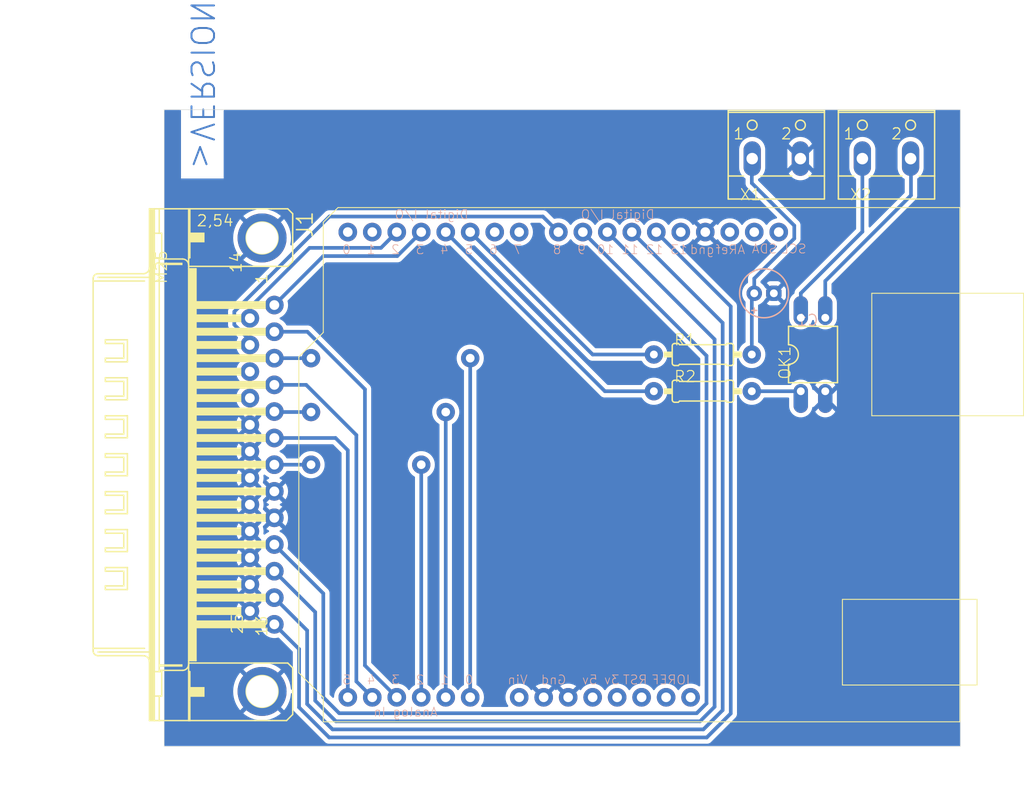
<source format=kicad_pcb>
(kicad_pcb (version 20221018) (generator pcbnew)
  (layers (0 "F.Cu" signal) (31 "B.Cu" signal) (34 "B.Paste" user) (35 "F.Paste" user) (36 "B.SilkS" user "B.Silkscreen") (37 "F.SilkS" user "F.Silkscreen") (38 "B.Mask" user) (39 "F.Mask" user) (44 "Edge.Cuts" user))
  (net 0 "")
  (net 1 "GND")
  (net 2 "N$17")
  (net 3 "N$20")
  (net 4 "Z-LIMIT")
  (net 5 "Y-LIMIT")
  (net 6 "X-LIMIT")
  (net 7 "TOOL-HEIGHT")
  (net 8 "E-STOP")
  (net 9 "SPINDLE-PWM")
  (net 10 "SPINDLE-ON/OFF")
  (net 11 "SPINDLE-RELAY")
  (net 12 "RELAY-2")
  (net 13 "X-STEP")
  (net 14 "X-DIR")
  (net 15 "N/C")
  (net 16 "Y-STEP")
  (net 17 "SPINDLE_0-10V")
  (net 18 "Y-DIR")
  (net 19 "Z-STEP")
  (net 20 "Z-DIR")
  (net 21 "VIN")
  (net 22 "5V")
  (net 23 "3V")
  (net 24 "N$1")
  (net 25 "N$2")
  (footprint "Estl-Board:W237-102" (layer "F.Cu") (at 182.1306 75.7936)
    (fp_text reference "X2" (at -3.8462 5.0038) (layer "F.SilkS") (effects (font (size 1.1557 1.1557) (thickness 0.1143)) (justify left)))
    (fp_text value "")
    (fp_text user "1" (at -4.532 -0.635) (layer "F.SilkS") (effects (font (size 1.143 1.143) (thickness 0.127)) (justify left bottom)))
    (fp_text user "2" (at 0.421 -0.635) (layer "F.SilkS") (effects (font (size 1.143 1.143) (thickness 0.127)) (justify left bottom)))
    (fp_line (start -4.989 -3.531) (end -4.989 -3.734) (stroke (width 0.1524)) (layer "F.SilkS"))
    (fp_line (start -4.989 -3.531) (end 4.993 -3.531) (stroke (width 0.1524)) (layer "F.SilkS"))
    (fp_line (start -4.989 3.073) (end -4.989 -3.531) (stroke (width 0.1524)) (layer "F.SilkS"))
    (fp_line (start -4.989 3.073) (end -3.389 3.073) (stroke (width 0.1524)) (layer "F.SilkS"))
    (fp_line (start -4.989 5.461) (end -4.989 3.073) (stroke (width 0.1524)) (layer "F.SilkS"))
    (fp_line (start -4.989 5.461) (end 4.993 5.461) (stroke (width 0.1524)) (layer "F.SilkS"))
    (fp_line (start -1.611 3.073) (end 1.615 3.073) (stroke (width 0.1524)) (layer "F.SilkS"))
    (fp_line (start 3.393 3.073) (end 4.993 3.073) (stroke (width 0.1524)) (layer "F.SilkS"))
    (fp_line (start 4.993 -3.734) (end -4.989 -3.734) (stroke (width 0.1524)) (layer "F.SilkS"))
    (fp_line (start 4.993 -3.734) (end 4.993 -3.531) (stroke (width 0.1524)) (layer "F.SilkS"))
    (fp_line (start 4.993 -3.531) (end 4.993 3.073) (stroke (width 0.1524)) (layer "F.SilkS"))
    (fp_line (start 4.993 3.073) (end 4.993 5.461) (stroke (width 0.1524)) (layer "F.SilkS"))
    (fp_circle (center -2.5 -2.2098) (end -1.992 -2.2098) (stroke (width 0.1524)) (fill none) (layer "F.SilkS"))
    (fp_circle (center 2.5038 -2.2098) (end 3.0118 -2.2098) (stroke (width 0.1524)) (fill none) (layer "F.SilkS"))
    (pad "1" thru_hole oval (at -2.5 1.27 90) (size 3.5814 1.7907) (drill 1.1938) (layers "*.Cu" "*.Mask") (net 24 "N$1"))
    (pad "2" thru_hole oval (at 2.5 1.27 90) (size 3.5814 1.7907) (drill 1.1938) (layers "*.Cu" "*.Mask") (net 25 "N$2"))
  )
  (footprint "Estl-Board:W237-102" (layer "F.Cu") (at 170.7006 75.7936)
    (fp_text reference "X1" (at -3.8462 5.0038) (layer "F.SilkS") (effects (font (size 1.1557 1.1557) (thickness 0.1143)) (justify left)))
    (fp_text value "")
    (fp_text user "1" (at -4.532 -0.635) (layer "F.SilkS") (effects (font (size 1.143 1.143) (thickness 0.127)) (justify left bottom)))
    (fp_text user "2" (at 0.421 -0.635) (layer "F.SilkS") (effects (font (size 1.143 1.143) (thickness 0.127)) (justify left bottom)))
    (fp_line (start -4.989 -3.531) (end -4.989 -3.734) (stroke (width 0.1524)) (layer "F.SilkS"))
    (fp_line (start -4.989 -3.531) (end 4.993 -3.531) (stroke (width 0.1524)) (layer "F.SilkS"))
    (fp_line (start -4.989 3.073) (end -4.989 -3.531) (stroke (width 0.1524)) (layer "F.SilkS"))
    (fp_line (start -4.989 3.073) (end -3.389 3.073) (stroke (width 0.1524)) (layer "F.SilkS"))
    (fp_line (start -4.989 5.461) (end -4.989 3.073) (stroke (width 0.1524)) (layer "F.SilkS"))
    (fp_line (start -4.989 5.461) (end 4.993 5.461) (stroke (width 0.1524)) (layer "F.SilkS"))
    (fp_line (start -1.611 3.073) (end 1.615 3.073) (stroke (width 0.1524)) (layer "F.SilkS"))
    (fp_line (start 3.393 3.073) (end 4.993 3.073) (stroke (width 0.1524)) (layer "F.SilkS"))
    (fp_line (start 4.993 -3.734) (end -4.989 -3.734) (stroke (width 0.1524)) (layer "F.SilkS"))
    (fp_line (start 4.993 -3.734) (end 4.993 -3.531) (stroke (width 0.1524)) (layer "F.SilkS"))
    (fp_line (start 4.993 -3.531) (end 4.993 3.073) (stroke (width 0.1524)) (layer "F.SilkS"))
    (fp_line (start 4.993 3.073) (end 4.993 5.461) (stroke (width 0.1524)) (layer "F.SilkS"))
    (fp_circle (center -2.5 -2.2098) (end -1.992 -2.2098) (stroke (width 0.1524)) (fill none) (layer "F.SilkS"))
    (fp_circle (center 2.5038 -2.2098) (end 3.0118 -2.2098) (stroke (width 0.1524)) (fill none) (layer "F.SilkS"))
    (pad "1" thru_hole oval (at -2.5 1.27 90) (size 3.5814 1.7907) (drill 1.1938) (layers "*.Cu" "*.Mask") (net 2 "N$17"))
    (pad "2" thru_hole oval (at 2.5 1.27 90) (size 3.5814 1.7907) (drill 1.1938) (layers "*.Cu" "*.Mask") (net 1 "GND"))
  )
  (footprint "Estl-Board:207_10+" (layer "F.Cu") (at 163.0806 97.3836)
    (fp_text reference "R1" (at -3.048 -1.524) (layer "F.SilkS") (effects (font (size 1.1557 1.1557) (thickness 0.1143)) (justify left)))
    (fp_text value "1k")
    (fp_line (start -3.175 0.889) (end -3.175 -0.889) (stroke (width 0.1524)) (layer "F.SilkS"))
    (fp_line (start -2.921 -1.143) (end -2.54 -1.143) (stroke (width 0.1524)) (layer "F.SilkS"))
    (fp_line (start -2.921 1.143) (end -2.54 1.143) (stroke (width 0.1524)) (layer "F.SilkS"))
    (fp_line (start -2.413 -1.016) (end -2.54 -1.143) (stroke (width 0.1524)) (layer "F.SilkS"))
    (fp_line (start -2.413 1.016) (end -2.54 1.143) (stroke (width 0.1524)) (layer "F.SilkS"))
    (fp_line (start 2.413 -1.016) (end -2.413 -1.016) (stroke (width 0.1524)) (layer "F.SilkS"))
    (fp_line (start 2.413 -1.016) (end 2.54 -1.143) (stroke (width 0.1524)) (layer "F.SilkS"))
    (fp_line (start 2.413 1.016) (end -2.413 1.016) (stroke (width 0.1524)) (layer "F.SilkS"))
    (fp_line (start 2.413 1.016) (end 2.54 1.143) (stroke (width 0.1524)) (layer "F.SilkS"))
    (fp_line (start 2.921 -1.143) (end 2.54 -1.143) (stroke (width 0.1524)) (layer "F.SilkS"))
    (fp_line (start 2.921 1.143) (end 2.54 1.143) (stroke (width 0.1524)) (layer "F.SilkS"))
    (fp_line (start 3.175 0.889) (end 3.175 -0.889) (stroke (width 0.1524)) (layer "F.SilkS"))
    (fp_arc (start -3.175 -0.889) (mid -3.100605 -1.068605) (end -2.921 -1.143) (stroke (width 0.1524)) (layer "F.SilkS"))
    (fp_arc (start -2.921 1.143) (mid -3.100605 1.068605) (end -3.175 0.889) (stroke (width 0.1524)) (layer "F.SilkS"))
    (fp_arc (start 2.921 -1.143) (mid 3.100605 -1.068605) (end 3.175 -0.889) (stroke (width 0.1524)) (layer "F.SilkS"))
    (fp_arc (start 3.175 0.889) (mid 3.100605 1.068605) (end 2.921 1.143) (stroke (width 0.1524)) (layer "F.SilkS"))
    (fp_poly (pts (xy -4.0386 0.3048) (xy -3.175 0.3048) (xy -3.175 -0.3048) (xy -4.0386 -0.3048)) (fill solid) (layer "F.SilkS"))
    (fp_poly (pts (xy 3.175 0.3048) (xy 4.0386 0.3048) (xy 4.0386 -0.3048) (xy 3.175 -0.3048)) (fill solid) (layer "F.SilkS"))
    (pad "1" thru_hole circle (at -5.08 0) (size 1.9 1.9) (drill 0.8128) (layers "*.Cu" "*.Mask") (net 9 "SPINDLE-PWM"))
    (pad "2" thru_hole circle (at 5.08 0) (size 1.9 1.9) (drill 0.8128) (layers "*.Cu" "*.Mask") (net 2 "N$17"))
  )
  (footprint "Estl-Board:DIP4" (layer "F.Cu") (at 174.5106 97.3836)
    (fp_text reference "OK1" (at -2.921 2.667 90) (layer "F.SilkS") (effects (font (size 1.1557 1.1557) (thickness 0.1143)) (justify left)))
    (fp_text value "PC817")
    (fp_line (start -2.54 -2.921) (end -2.54 -1.016) (stroke (width 0.1524)) (layer "F.SilkS"))
    (fp_line (start -2.54 2.921) (end -2.54 1.016) (stroke (width 0.1524)) (layer "F.SilkS"))
    (fp_line (start -2.54 2.921) (end 2.54 2.921) (stroke (width 0.1524)) (layer "F.SilkS"))
    (fp_line (start 2.54 -2.921) (end -2.54 -2.921) (stroke (width 0.1524)) (layer "F.SilkS"))
    (fp_line (start 2.54 -2.921) (end 2.54 2.921) (stroke (width 0.1524)) (layer "F.SilkS"))
    (fp_arc (start -2.54 -1.016) (mid -1.524 0) (end -2.54 1.016) (stroke (width 0.1524)) (layer "F.SilkS"))
    (pad "1" thru_hole oval (at -1.27 3.81 270) (size 3 1.5) (drill 0.8128 (offset 0.75 0)) (layers "*.Cu" "*.Mask") (net 3 "N$20"))
    (pad "2" thru_hole oval (at 1.27 3.81 270) (size 3 1.5) (drill 0.8128 (offset 0.75 0)) (layers "*.Cu" "*.Mask") (net 1 "GND"))
    (pad "3" thru_hole oval (at 1.27 -3.81 90) (size 3 1.5) (drill 0.8128 (offset 0.75 0)) (layers "*.Cu" "*.Mask") (net 25 "N$2"))
    (pad "4" thru_hole oval (at -1.27 -3.81 90) (size 3 1.5) (drill 0.8128 (offset 0.75 0)) (layers "*.Cu" "*.Mask") (net 24 "N$1"))
  )
  (footprint "Estl-Board:207_10+" (layer "F.Cu") (at 163.0806 101.1936)
    (fp_text reference "R2" (at -3.048 -1.524) (layer "F.SilkS") (effects (font (size 1.1557 1.1557) (thickness 0.1143)) (justify left)))
    (fp_text value "220R")
    (fp_line (start -3.175 0.889) (end -3.175 -0.889) (stroke (width 0.1524)) (layer "F.SilkS"))
    (fp_line (start -2.921 -1.143) (end -2.54 -1.143) (stroke (width 0.1524)) (layer "F.SilkS"))
    (fp_line (start -2.921 1.143) (end -2.54 1.143) (stroke (width 0.1524)) (layer "F.SilkS"))
    (fp_line (start -2.413 -1.016) (end -2.54 -1.143) (stroke (width 0.1524)) (layer "F.SilkS"))
    (fp_line (start -2.413 1.016) (end -2.54 1.143) (stroke (width 0.1524)) (layer "F.SilkS"))
    (fp_line (start 2.413 -1.016) (end -2.413 -1.016) (stroke (width 0.1524)) (layer "F.SilkS"))
    (fp_line (start 2.413 -1.016) (end 2.54 -1.143) (stroke (width 0.1524)) (layer "F.SilkS"))
    (fp_line (start 2.413 1.016) (end -2.413 1.016) (stroke (width 0.1524)) (layer "F.SilkS"))
    (fp_line (start 2.413 1.016) (end 2.54 1.143) (stroke (width 0.1524)) (layer "F.SilkS"))
    (fp_line (start 2.921 -1.143) (end 2.54 -1.143) (stroke (width 0.1524)) (layer "F.SilkS"))
    (fp_line (start 2.921 1.143) (end 2.54 1.143) (stroke (width 0.1524)) (layer "F.SilkS"))
    (fp_line (start 3.175 0.889) (end 3.175 -0.889) (stroke (width 0.1524)) (layer "F.SilkS"))
    (fp_arc (start -3.175 -0.889) (mid -3.100605 -1.068605) (end -2.921 -1.143) (stroke (width 0.1524)) (layer "F.SilkS"))
    (fp_arc (start -2.921 1.143) (mid -3.100605 1.068605) (end -3.175 0.889) (stroke (width 0.1524)) (layer "F.SilkS"))
    (fp_arc (start 2.921 -1.143) (mid 3.100605 -1.068605) (end 3.175 -0.889) (stroke (width 0.1524)) (layer "F.SilkS"))
    (fp_arc (start 3.175 0.889) (mid 3.100605 1.068605) (end 2.921 1.143) (stroke (width 0.1524)) (layer "F.SilkS"))
    (fp_poly (pts (xy -4.0386 0.3048) (xy -3.175 0.3048) (xy -3.175 -0.3048) (xy -4.0386 -0.3048)) (fill solid) (layer "F.SilkS"))
    (fp_poly (pts (xy 3.175 0.3048) (xy 4.0386 0.3048) (xy 4.0386 -0.3048) (xy 3.175 -0.3048)) (fill solid) (layer "F.SilkS"))
    (pad "1" thru_hole circle (at -5.08 0) (size 1.9 1.9) (drill 0.8128) (layers "*.Cu" "*.Mask") (net 10 "SPINDLE-ON/OFF"))
    (pad "2" thru_hole circle (at 5.08 0) (size 1.9 1.9) (drill 0.8128) (layers "*.Cu" "*.Mask") (net 3 "N$20"))
  )
  (footprint "Estl-Board:M25HP" (layer "F.Cu") (at 117.3606 108.8136 -90)
    (fp_text reference "J1" (at -26.416 -4.445 90) (layer "F.SilkS") (effects (font (size 1.61798 1.61798) (thickness 0.16002)) (justify right)))
    (fp_text value "")
    (fp_text user "M25" (at -18.669 9.779 -90) (layer "F.SilkS") (effects (font (size 1.143 1.143) (thickness 0.127)) (justify left bottom)))
    (fp_text user "13" (at 17.907 -0.635 -90) (layer "F.SilkS") (effects (font (size 1.143 1.143) (thickness 0.127)) (justify left bottom)))
    (fp_text user "25" (at 17.653 1.905 -90) (layer "F.SilkS") (effects (font (size 1.143 1.143) (thickness 0.127)) (justify left bottom)))
    (fp_text user "2,54" (at -24.638 6.858) (layer "F.SilkS") (effects (font (size 1.143 1.143) (thickness 0.127)) (justify left bottom)))
    (fp_text user "14" (at -19.812 2.032 -90) (layer "F.SilkS") (effects (font (size 1.143 1.143) (thickness 0.127)) (justify left bottom)))
    (fp_text user "1" (at -18.669 -0.635 -90) (layer "F.SilkS") (effects (font (size 1.143 1.143) (thickness 0.127)) (justify left bottom)))
    (fp_line (start -26.543 -2.667) (end -26.543 7.493) (stroke (width 0.1524)) (layer "F.SilkS"))
    (fp_line (start -26.543 7.62) (end -26.543 7.493) (stroke (width 0.1524)) (layer "F.SilkS"))
    (fp_line (start -26.543 10.668) (end -26.543 7.62) (stroke (width 0.1524)) (layer "F.SilkS"))
    (fp_line (start -26.543 11.176) (end -26.543 10.668) (stroke (width 0.1524)) (layer "F.SilkS"))
    (fp_line (start -26.543 11.684) (end -26.543 11.176) (stroke (width 0.1524)) (layer "F.SilkS"))
    (fp_line (start -26.035 -3.175) (end -26.543 -2.667) (stroke (width 0.1524)) (layer "F.SilkS"))
    (fp_line (start -24.003 10.668) (end -26.543 10.668) (stroke (width 0.1524)) (layer "F.SilkS"))
    (fp_line (start -24.003 10.668) (end -24.003 10.414) (stroke (width 0.1524)) (layer "F.SilkS"))
    (fp_line (start -24.003 10.668) (end -24.003 11.176) (stroke (width 0.1524)) (layer "F.SilkS"))
    (fp_line (start -24.003 11.176) (end -26.543 11.176) (stroke (width 0.1524)) (layer "F.SilkS"))
    (fp_line (start -21.463 7.493) (end -26.543 7.493) (stroke (width 0.1524)) (layer "F.SilkS"))
    (fp_line (start -21.463 7.493) (end -21.463 7.62) (stroke (width 0.1524)) (layer "F.SilkS"))
    (fp_line (start -21.463 7.62) (end -26.543 7.62) (stroke (width 0.1524)) (layer "F.SilkS"))
    (fp_line (start -21.463 10.414) (end -24.003 10.414) (stroke (width 0.1524)) (layer "F.SilkS"))
    (fp_line (start -21.463 10.414) (end -21.463 10.668) (stroke (width 0.1524)) (layer "F.SilkS"))
    (fp_line (start -21.463 10.668) (end -21.463 11.176) (stroke (width 0.1524)) (layer "F.SilkS"))
    (fp_line (start -21.463 11.176) (end -24.003 11.176) (stroke (width 0.1524)) (layer "F.SilkS"))
    (fp_line (start -21.336 8.255) (end -21.336 10.668) (stroke (width 0.1524)) (layer "F.SilkS"))
    (fp_line (start -21.336 10.668) (end -21.463 10.668) (stroke (width 0.1524)) (layer "F.SilkS"))
    (fp_line (start -21.082 -3.175) (end -26.035 -3.175) (stroke (width 0.1524)) (layer "F.SilkS"))
    (fp_line (start -20.574 -2.667) (end -21.082 -3.175) (stroke (width 0.1524)) (layer "F.SilkS"))
    (fp_line (start -20.574 -2.667) (end -20.574 7.62) (stroke (width 0.1524)) (layer "F.SilkS"))
    (fp_line (start -20.574 7.62) (end -21.463 7.62) (stroke (width 0.1524)) (layer "F.SilkS"))
    (fp_line (start -20.32 7.62) (end -20.574 7.62) (stroke (width 0.1524)) (layer "F.SilkS"))
    (fp_line (start -20.32 7.62) (end -20.32 6.858) (stroke (width 0.1524)) (layer "F.SilkS"))
    (fp_line (start -19.812 12.319) (end -19.812 17.018) (stroke (width 0.1524)) (layer "F.SilkS"))
    (fp_line (start -19.431 11.684) (end -26.543 11.684) (stroke (width 0.1524)) (layer "F.SilkS"))
    (fp_line (start -19.431 11.684) (end -19.431 17.018) (stroke (width 0.1524)) (layer "F.SilkS"))
    (fp_line (start -19.05 12.192) (end -19.05 17.526) (stroke (width 0.1524)) (layer "F.SilkS"))
    (fp_line (start -19.05 17.526) (end -19.304 17.526) (stroke (width 0.1524)) (layer "F.SilkS"))
    (fp_line (start -12.954 13.97) (end -10.668 13.97) (stroke (width 0.1524)) (layer "F.SilkS"))
    (fp_line (start -12.954 16.256) (end -12.954 13.97) (stroke (width 0.1524)) (layer "F.SilkS"))
    (fp_line (start -12.573 14.351) (end -12.573 16.256) (stroke (width 0.1524)) (layer "F.SilkS"))
    (fp_line (start -12.573 16.256) (end -12.954 16.256) (stroke (width 0.1524)) (layer "F.SilkS"))
    (fp_line (start -11.049 14.351) (end -12.573 14.351) (stroke (width 0.1524)) (layer "F.SilkS"))
    (fp_line (start -11.049 16.256) (end -11.049 14.351) (stroke (width 0.1524)) (layer "F.SilkS"))
    (fp_line (start -10.668 13.97) (end -10.668 16.256) (stroke (width 0.1524)) (layer "F.SilkS"))
    (fp_line (start -10.668 16.256) (end -11.049 16.256) (stroke (width 0.1524)) (layer "F.SilkS"))
    (fp_line (start -9.017 13.97) (end -6.731 13.97) (stroke (width 0.1524)) (layer "F.SilkS"))
    (fp_line (start -9.017 16.256) (end -9.017 13.97) (stroke (width 0.1524)) (layer "F.SilkS"))
    (fp_line (start -8.636 14.351) (end -8.636 16.256) (stroke (width 0.1524)) (layer "F.SilkS"))
    (fp_line (start -8.636 16.256) (end -9.017 16.256) (stroke (width 0.1524)) (layer "F.SilkS"))
    (fp_line (start -7.112 14.351) (end -8.636 14.351) (stroke (width 0.1524)) (layer "F.SilkS"))
    (fp_line (start -7.112 16.256) (end -7.112 14.351) (stroke (width 0.1524)) (layer "F.SilkS"))
    (fp_line (start -6.731 13.97) (end -6.731 16.256) (stroke (width 0.1524)) (layer "F.SilkS"))
    (fp_line (start -6.731 16.256) (end -7.112 16.256) (stroke (width 0.1524)) (layer "F.SilkS"))
    (fp_line (start -5.08 13.97) (end -2.794 13.97) (stroke (width 0.1524)) (layer "F.SilkS"))
    (fp_line (start -5.08 16.256) (end -5.08 13.97) (stroke (width 0.1524)) (layer "F.SilkS"))
    (fp_line (start -4.699 14.351) (end -4.699 16.256) (stroke (width 0.1524)) (layer "F.SilkS"))
    (fp_line (start -4.699 16.256) (end -5.08 16.256) (stroke (width 0.1524)) (layer "F.SilkS"))
    (fp_line (start -3.175 14.351) (end -4.699 14.351) (stroke (width 0.1524)) (layer "F.SilkS"))
    (fp_line (start -3.175 16.256) (end -3.175 14.351) (stroke (width 0.1524)) (layer "F.SilkS"))
    (fp_line (start -2.794 13.97) (end -2.794 16.256) (stroke (width 0.1524)) (layer "F.SilkS"))
    (fp_line (start -2.794 16.256) (end -3.175 16.256) (stroke (width 0.1524)) (layer "F.SilkS"))
    (fp_line (start -1.143 13.97) (end 1.143 13.97) (stroke (width 0.1524)) (layer "F.SilkS"))
    (fp_line (start -1.143 16.256) (end -1.143 13.97) (stroke (width 0.1524)) (layer "F.SilkS"))
    (fp_line (start -0.762 14.351) (end -0.762 16.256) (stroke (width 0.1524)) (layer "F.SilkS"))
    (fp_line (start -0.762 16.256) (end -1.143 16.256) (stroke (width 0.1524)) (layer "F.SilkS"))
    (fp_line (start 0.762 14.351) (end -0.762 14.351) (stroke (width 0.1524)) (layer "F.SilkS"))
    (fp_line (start 0.762 16.256) (end 0.762 14.351) (stroke (width 0.1524)) (layer "F.SilkS"))
    (fp_line (start 1.143 13.97) (end 1.143 16.256) (stroke (width 0.1524)) (layer "F.SilkS"))
    (fp_line (start 1.143 16.256) (end 0.762 16.256) (stroke (width 0.1524)) (layer "F.SilkS"))
    (fp_line (start 2.794 13.97) (end 5.08 13.97) (stroke (width 0.1524)) (layer "F.SilkS"))
    (fp_line (start 2.794 16.256) (end 2.794 13.97) (stroke (width 0.1524)) (layer "F.SilkS"))
    (fp_line (start 3.175 14.351) (end 3.175 16.256) (stroke (width 0.1524)) (layer "F.SilkS"))
    (fp_line (start 3.175 16.256) (end 2.794 16.256) (stroke (width 0.1524)) (layer "F.SilkS"))
    (fp_line (start 4.699 14.351) (end 3.175 14.351) (stroke (width 0.1524)) (layer "F.SilkS"))
    (fp_line (start 4.699 16.256) (end 4.699 14.351) (stroke (width 0.1524)) (layer "F.SilkS"))
    (fp_line (start 5.08 13.97) (end 5.08 16.256) (stroke (width 0.1524)) (layer "F.SilkS"))
    (fp_line (start 5.08 16.256) (end 4.699 16.256) (stroke (width 0.1524)) (layer "F.SilkS"))
    (fp_line (start 6.731 13.97) (end 9.017 13.97) (stroke (width 0.1524)) (layer "F.SilkS"))
    (fp_line (start 6.731 16.256) (end 6.731 13.97) (stroke (width 0.1524)) (layer "F.SilkS"))
    (fp_line (start 7.112 14.351) (end 7.112 16.256) (stroke (width 0.1524)) (layer "F.SilkS"))
    (fp_line (start 7.112 16.256) (end 6.731 16.256) (stroke (width 0.1524)) (layer "F.SilkS"))
    (fp_line (start 8.636 14.351) (end 7.112 14.351) (stroke (width 0.1524)) (layer "F.SilkS"))
    (fp_line (start 8.636 16.256) (end 8.636 14.351) (stroke (width 0.1524)) (layer "F.SilkS"))
    (fp_line (start 9.017 13.97) (end 9.017 16.256) (stroke (width 0.1524)) (layer "F.SilkS"))
    (fp_line (start 9.017 16.256) (end 8.636 16.256) (stroke (width 0.1524)) (layer "F.SilkS"))
    (fp_line (start 10.668 13.97) (end 12.954 13.97) (stroke (width 0.1524)) (layer "F.SilkS"))
    (fp_line (start 10.668 16.256) (end 10.668 13.97) (stroke (width 0.1524)) (layer "F.SilkS"))
    (fp_line (start 11.049 14.351) (end 11.049 16.256) (stroke (width 0.1524)) (layer "F.SilkS"))
    (fp_line (start 11.049 16.256) (end 10.668 16.256) (stroke (width 0.1524)) (layer "F.SilkS"))
    (fp_line (start 12.573 14.351) (end 11.049 14.351) (stroke (width 0.1524)) (layer "F.SilkS"))
    (fp_line (start 12.573 16.256) (end 12.573 14.351) (stroke (width 0.1524)) (layer "F.SilkS"))
    (fp_line (start 12.954 13.97) (end 12.954 16.256) (stroke (width 0.1524)) (layer "F.SilkS"))
    (fp_line (start 12.954 16.256) (end 12.573 16.256) (stroke (width 0.1524)) (layer "F.SilkS"))
    (fp_line (start 19.05 12.192) (end 19.05 17.526) (stroke (width 0.1524)) (layer "F.SilkS"))
    (fp_line (start 19.05 17.526) (end -19.05 17.526) (stroke (width 0.1524)) (layer "F.SilkS"))
    (fp_line (start 19.304 17.526) (end 19.05 17.526) (stroke (width 0.1524)) (layer "F.SilkS"))
    (fp_line (start 19.431 11.684) (end -19.431 11.684) (stroke (width 0.1524)) (layer "F.SilkS"))
    (fp_line (start 19.431 11.684) (end 19.431 17.018) (stroke (width 0.1524)) (layer "F.SilkS"))
    (fp_line (start 19.812 12.319) (end 19.812 17.018) (stroke (width 0.1524)) (layer "F.SilkS"))
    (fp_line (start 20.32 6.858) (end -20.32 6.858) (stroke (width 0.1524)) (layer "F.SilkS"))
    (fp_line (start 20.32 7.62) (end -20.32 7.62) (stroke (width 0.1524)) (layer "F.SilkS"))
    (fp_line (start 20.32 7.62) (end 20.32 6.858) (stroke (width 0.1524)) (layer "F.SilkS"))
    (fp_line (start 20.574 -2.667) (end 20.574 7.62) (stroke (width 0.1524)) (layer "F.SilkS"))
    (fp_line (start 20.574 7.62) (end 20.32 7.62) (stroke (width 0.1524)) (layer "F.SilkS"))
    (fp_line (start 21.082 -3.175) (end 20.574 -2.667) (stroke (width 0.1524)) (layer "F.SilkS"))
    (fp_line (start 21.082 -3.175) (end 25.908 -3.175) (stroke (width 0.1524)) (layer "F.SilkS"))
    (fp_line (start 21.336 8.255) (end 21.336 10.668) (stroke (width 0.1524)) (layer "F.SilkS"))
    (fp_line (start 21.336 10.668) (end -21.336 10.668) (stroke (width 0.1524)) (layer "F.SilkS"))
    (fp_line (start 21.463 7.493) (end 21.463 7.62) (stroke (width 0.1524)) (layer "F.SilkS"))
    (fp_line (start 21.463 7.62) (end 20.574 7.62) (stroke (width 0.1524)) (layer "F.SilkS"))
    (fp_line (start 21.463 10.414) (end 21.463 10.668) (stroke (width 0.1524)) (layer "F.SilkS"))
    (fp_line (start 21.463 10.668) (end 21.336 10.668) (stroke (width 0.1524)) (layer "F.SilkS"))
    (fp_line (start 21.463 10.668) (end 21.463 11.176) (stroke (width 0.1524)) (layer "F.SilkS"))
    (fp_line (start 21.463 11.176) (end -21.463 11.176) (stroke (width 0.1524)) (layer "F.SilkS"))
    (fp_line (start 24.003 10.414) (end 21.463 10.414) (stroke (width 0.1524)) (layer "F.SilkS"))
    (fp_line (start 24.003 10.668) (end 24.003 10.414) (stroke (width 0.1524)) (layer "F.SilkS"))
    (fp_line (start 24.003 10.668) (end 24.003 11.176) (stroke (width 0.1524)) (layer "F.SilkS"))
    (fp_line (start 24.003 11.176) (end 21.463 11.176) (stroke (width 0.1524)) (layer "F.SilkS"))
    (fp_line (start 25.908 -3.175) (end 26.543 -2.54) (stroke (width 0.1524)) (layer "F.SilkS"))
    (fp_line (start 26.543 -2.54) (end 26.543 7.493) (stroke (width 0.1524)) (layer "F.SilkS"))
    (fp_line (start 26.543 7.493) (end 21.463 7.493) (stroke (width 0.1524)) (layer "F.SilkS"))
    (fp_line (start 26.543 7.62) (end 21.463 7.62) (stroke (width 0.1524)) (layer "F.SilkS"))
    (fp_line (start 26.543 7.62) (end 26.543 7.493) (stroke (width 0.1524)) (layer "F.SilkS"))
    (fp_line (start 26.543 7.62) (end 26.543 10.668) (stroke (width 0.1524)) (layer "F.SilkS"))
    (fp_line (start 26.543 10.668) (end 24.003 10.668) (stroke (width 0.1524)) (layer "F.SilkS"))
    (fp_line (start 26.543 10.668) (end 26.543 11.176) (stroke (width 0.1524)) (layer "F.SilkS"))
    (fp_line (start 26.543 11.176) (end 24.003 11.176) (stroke (width 0.1524)) (layer "F.SilkS"))
    (fp_line (start 26.543 11.176) (end 26.543 11.684) (stroke (width 0.1524)) (layer "F.SilkS"))
    (fp_line (start 26.543 11.684) (end 19.431 11.684) (stroke (width 0.1524)) (layer "F.SilkS"))
    (fp_arc (start -21.336 8.255) (mid -21.150013 7.805987) (end -20.701 7.62) (stroke (width 0.1524)) (layer "F.SilkS"))
    (fp_arc (start -20.447 11.684) (mid -19.997987 11.869987) (end -19.812 12.319) (stroke (width 0.1524)) (layer "F.SilkS"))
    (fp_arc (start -19.304 17.526) (mid -19.66321 17.37721) (end -19.812 17.018) (stroke (width 0.1524)) (layer "F.SilkS"))
    (fp_arc (start 19.812 12.319) (mid 19.997987 11.869987) (end 20.447 11.684) (stroke (width 0.1524)) (layer "F.SilkS"))
    (fp_arc (start 19.812 17.018) (mid 19.66321 17.37721) (end 19.304 17.526) (stroke (width 0.1524)) (layer "F.SilkS"))
    (fp_arc (start 20.701 7.62) (mid 21.150013 7.805987) (end 21.336 8.255) (stroke (width 0.1524)) (layer "F.SilkS"))
    (fp_circle (center -23.5204 0) (end -21.8694 0) (stroke (width 0.1524)) (fill none) (layer "F.SilkS"))
    (fp_circle (center 23.5204 0) (end 25.1714 0) (stroke (width 0.1524)) (fill none) (layer "F.SilkS"))
    (fp_poly (pts (xy -26.543 11.684) (xy 26.543 11.684) (xy 26.543 11.176) (xy -26.543 11.176)) (fill solid) (layer "F.SilkS"))
    (fp_poly (pts (xy -24.0792 7.62) (xy -23.0632 7.62) (xy -23.0632 5.969) (xy -24.0792 5.969)) (fill solid) (layer "F.SilkS"))
    (fp_poly (pts (xy -20.955 10.668) (xy -20.701 10.668) (xy -20.701 8.255) (xy -20.955 8.255)) (fill solid) (layer "F.SilkS"))
    (fp_poly (pts (xy -20.32 7.62) (xy 20.32 7.62) (xy 20.32 6.858) (xy -20.32 6.858)) (fill solid) (layer "F.SilkS"))
    (fp_poly (pts (xy -16.9672 6.858) (xy -16.1544 6.858) (xy -16.1544 -0.381) (xy -16.9672 -0.381)) (fill solid) (layer "F.SilkS"))
    (fp_poly (pts (xy -15.5956 6.858) (xy -14.7828 6.858) (xy -14.7828 2.159) (xy -15.5956 2.159)) (fill solid) (layer "F.SilkS"))
    (fp_poly (pts (xy -14.1986 6.858) (xy -13.3858 6.858) (xy -13.3858 -0.381) (xy -14.1986 -0.381)) (fill solid) (layer "F.SilkS"))
    (fp_poly (pts (xy -12.827 6.858) (xy -12.0142 6.858) (xy -12.0142 2.159) (xy -12.827 2.159)) (fill solid) (layer "F.SilkS"))
    (fp_poly (pts (xy -11.4554 6.858) (xy -10.6426 6.858) (xy -10.6426 -0.381) (xy -11.4554 -0.381)) (fill solid) (layer "F.SilkS"))
    (fp_poly (pts (xy -10.0584 6.858) (xy -9.2456 6.858) (xy -9.2456 2.159) (xy -10.0584 2.159)) (fill solid) (layer "F.SilkS"))
    (fp_poly (pts (xy -8.6868 6.858) (xy -7.874 6.858) (xy -7.874 -0.381) (xy -8.6868 -0.381)) (fill solid) (layer "F.SilkS"))
    (fp_poly (pts (xy -7.3152 6.858) (xy -6.5024 6.858) (xy -6.5024 2.159) (xy -7.3152 2.159)) (fill solid) (layer "F.SilkS"))
    (fp_poly (pts (xy -5.9182 6.858) (xy -5.1054 6.858) (xy -5.1054 -0.381) (xy -5.9182 -0.381)) (fill solid) (layer "F.SilkS"))
    (fp_poly (pts (xy -4.5466 6.858) (xy -3.7338 6.858) (xy -3.7338 2.159) (xy -4.5466 2.159)) (fill solid) (layer "F.SilkS"))
    (fp_poly (pts (xy -3.175 6.858) (xy -2.3622 6.858) (xy -2.3622 -0.381) (xy -3.175 -0.381)) (fill solid) (layer "F.SilkS"))
    (fp_poly (pts (xy -1.778 6.858) (xy -0.9652 6.858) (xy -0.9652 2.159) (xy -1.778 2.159)) (fill solid) (layer "F.SilkS"))
    (fp_poly (pts (xy -0.4064 6.858) (xy 0.4064 6.858) (xy 0.4064 -0.381) (xy -0.4064 -0.381)) (fill solid) (layer "F.SilkS"))
    (fp_poly (pts (xy 0.9652 6.858) (xy 1.778 6.858) (xy 1.778 2.159) (xy 0.9652 2.159)) (fill solid) (layer "F.SilkS"))
    (fp_poly (pts (xy 2.3622 6.858) (xy 3.175 6.858) (xy 3.175 -0.381) (xy 2.3622 -0.381)) (fill solid) (layer "F.SilkS"))
    (fp_poly (pts (xy 3.7338 6.858) (xy 4.5466 6.858) (xy 4.5466 2.159) (xy 3.7338 2.159)) (fill solid) (layer "F.SilkS"))
    (fp_poly (pts (xy 5.1054 6.858) (xy 5.9182 6.858) (xy 5.9182 -0.381) (xy 5.1054 -0.381)) (fill solid) (layer "F.SilkS"))
    (fp_poly (pts (xy 6.5024 6.858) (xy 7.3152 6.858) (xy 7.3152 2.159) (xy 6.5024 2.159)) (fill solid) (layer "F.SilkS"))
    (fp_poly (pts (xy 7.874 6.858) (xy 8.6868 6.858) (xy 8.6868 -0.381) (xy 7.874 -0.381)) (fill solid) (layer "F.SilkS"))
    (fp_poly (pts (xy 9.2456 6.858) (xy 10.0584 6.858) (xy 10.0584 2.159) (xy 9.2456 2.159)) (fill solid) (layer "F.SilkS"))
    (fp_poly (pts (xy 10.6426 6.858) (xy 11.4554 6.858) (xy 11.4554 -0.381) (xy 10.6426 -0.381)) (fill solid) (layer "F.SilkS"))
    (fp_poly (pts (xy 12.0142 6.858) (xy 12.827 6.858) (xy 12.827 2.159) (xy 12.0142 2.159)) (fill solid) (layer "F.SilkS"))
    (fp_poly (pts (xy 13.3858 6.858) (xy 14.1986 6.858) (xy 14.1986 -0.381) (xy 13.3858 -0.381)) (fill solid) (layer "F.SilkS"))
    (fp_poly (pts (xy 14.7828 6.858) (xy 15.5956 6.858) (xy 15.5956 2.159) (xy 14.7828 2.159)) (fill solid) (layer "F.SilkS"))
    (fp_poly (pts (xy 16.1544 6.858) (xy 16.9672 6.858) (xy 16.9672 -0.381) (xy 16.1544 -0.381)) (fill solid) (layer "F.SilkS"))
    (fp_poly (pts (xy 20.701 10.668) (xy 20.955 10.668) (xy 20.955 8.255) (xy 20.701 8.255)) (fill solid) (layer "F.SilkS"))
    (fp_poly (pts (xy 23.0632 7.62) (xy 24.0792 7.62) (xy 24.0792 5.969) (xy 23.0632 5.969)) (fill solid) (layer "F.SilkS"))
    (pad "1" thru_hole circle (at -16.5608 -1.27 270) (size 1.9304 1.9304) (drill 1.016) (layers "*.Cu" "*.Mask") (net 11 "SPINDLE-RELAY"))
    (pad "2" thru_hole circle (at -13.7922 -1.27 270) (size 1.9304 1.9304) (drill 1.016) (layers "*.Cu" "*.Mask") (net 13 "X-STEP"))
    (pad "3" thru_hole circle (at -11.049 -1.27 270) (size 1.9304 1.9304) (drill 1.016) (layers "*.Cu" "*.Mask") (net 14 "X-DIR"))
    (pad "4" thru_hole circle (at -8.2804 -1.27 270) (size 1.9304 1.9304) (drill 1.016) (layers "*.Cu" "*.Mask") (net 16 "Y-STEP"))
    (pad "5" thru_hole circle (at -5.5118 -1.27 270) (size 1.9304 1.9304) (drill 1.016) (layers "*.Cu" "*.Mask") (net 18 "Y-DIR"))
    (pad "6" thru_hole circle (at -2.7686 -1.27 270) (size 1.9304 1.9304) (drill 1.016) (layers "*.Cu" "*.Mask") (net 19 "Z-STEP"))
    (pad "7" thru_hole circle (at 0 -1.27 270) (size 1.9304 1.9304) (drill 1.016) (layers "*.Cu" "*.Mask") (net 20 "Z-DIR"))
    (pad "8" thru_hole circle (at 2.7686 -1.27 270) (size 1.9304 1.9304) (drill 1.016) (layers "*.Cu" "*.Mask") (net 1 "GND"))
    (pad "9" thru_hole circle (at 5.5118 -1.27 270) (size 1.9304 1.9304) (drill 1.016) (layers "*.Cu" "*.Mask") (net 1 "GND"))
    (pad "10" thru_hole circle (at 8.2804 -1.27 270) (size 1.9304 1.9304) (drill 1.016) (layers "*.Cu" "*.Mask") (net 7 "TOOL-HEIGHT"))
    (pad "11" thru_hole circle (at 11.049 -1.27 270) (size 1.9304 1.9304) (drill 1.016) (layers "*.Cu" "*.Mask") (net 6 "X-LIMIT"))
    (pad "12" thru_hole circle (at 13.7922 -1.27 270) (size 1.9304 1.9304) (drill 1.016) (layers "*.Cu" "*.Mask") (net 5 "Y-LIMIT"))
    (pad "13" thru_hole circle (at 16.5608 -1.27 270) (size 1.9304 1.9304) (drill 1.016) (layers "*.Cu" "*.Mask") (net 4 "Z-LIMIT"))
    (pad "14" thru_hole circle (at -15.1892 1.27 270) (size 1.9304 1.9304) (drill 1.016) (layers "*.Cu" "*.Mask") (net 12 "RELAY-2"))
    (pad "15" thru_hole circle (at -12.4206 1.27 270) (size 1.9304 1.9304) (drill 1.016) (layers "*.Cu" "*.Mask") (net 8 "E-STOP"))
    (pad "16" thru_hole circle (at -9.652 1.27 270) (size 1.9304 1.9304) (drill 1.016) (layers "*.Cu" "*.Mask") (net 15 "N/C"))
    (pad "17" thru_hole circle (at -6.9088 1.27 270) (size 1.9304 1.9304) (drill 1.016) (layers "*.Cu" "*.Mask") (net 17 "SPINDLE_0-10V"))
    (pad "18" thru_hole circle (at -4.1402 1.27 270) (size 1.9304 1.9304) (drill 1.016) (layers "*.Cu" "*.Mask") (net 1 "GND"))
    (pad "19" thru_hole circle (at -1.3716 1.27 270) (size 1.9304 1.9304) (drill 1.016) (layers "*.Cu" "*.Mask") (net 1 "GND"))
    (pad "20" thru_hole circle (at 1.3716 1.27 270) (size 1.9304 1.9304) (drill 1.016) (layers "*.Cu" "*.Mask") (net 1 "GND"))
    (pad "21" thru_hole circle (at 4.1402 1.27 270) (size 1.9304 1.9304) (drill 1.016) (layers "*.Cu" "*.Mask") (net 1 "GND"))
    (pad "22" thru_hole circle (at 6.9088 1.27 270) (size 1.9304 1.9304) (drill 1.016) (layers "*.Cu" "*.Mask") (net 1 "GND"))
    (pad "23" thru_hole circle (at 9.652 1.27 270) (size 1.9304 1.9304) (drill 1.016) (layers "*.Cu" "*.Mask") (net 1 "GND"))
    (pad "24" thru_hole circle (at 12.4206 1.27 270) (size 1.9304 1.9304) (drill 1.016) (layers "*.Cu" "*.Mask") (net 1 "GND"))
    (pad "25" thru_hole circle (at 15.1892 1.27 270) (size 1.9304 1.9304) (drill 1.016) (layers "*.Cu" "*.Mask") (net 1 "GND"))
    (pad "G1" thru_hole circle (at -23.5204 0 270) (size 5.08 5.08) (drill 3.302) (layers "*.Cu" "*.Mask") (net 1 "GND"))
    (pad "G2" thru_hole circle (at 23.5204 0 270) (size 5.08 5.08) (drill 3.302) (layers "*.Cu" "*.Mask") (net 1 "GND"))
  )
  (footprint "Estl-Board:E2-5-CAM" (layer "B.Cu") (at 169.4306 91.0336)
    (fp_text reference "C1" (at 3.302 2.794) (layer "B.SilkS") (effects (font (size 1.1557 1.1557) (thickness 0.1143)) (justify right mirror)))
    (fp_text value "100uF")
    (fp_line (start -1.27 1.778) (end -0.762 1.778) (stroke (width 0.1524)) (layer "B.SilkS"))
    (fp_line (start -1.016 1.524) (end -1.016 2.032) (stroke (width 0.1524)) (layer "B.SilkS"))
    (fp_circle (center 0 0) (end 2.54 0) (stroke (width 0.1524)) (fill none) (layer "B.SilkS"))
    (pad "+" thru_hole circle (at -1.016 0) (size 1.6 1.6) (drill 0.8128) (layers "*.Cu" "*.Mask") (net 2 "N$17"))
    (pad "-" thru_hole roundrect (at 1.016 0) (size 1.6 1.6) (drill 0.8128) (layers "*.Cu" "*.Mask") (chamfer_ratio 0.2928932188) (chamfer top_left top_right bottom_left bottom_right) (net 1 "GND"))
  )
  (footprint "Estl-Board:ARDUINO_NOHOLES" (layer "B.Cu") (at 156.7306 108.8136 180)
    (fp_text reference "IC1" hide)
    (fp_text value "ARDUINO" hide)
    (fp_text user "6" (at 15.875 22.86) (layer "B.SilkS") (effects (font (size 0.93472 0.93472) (thickness 0.08128)) (justify right top mirror)))
    (fp_text user "12" (at -0.381 22.86) (layer "B.SilkS") (effects (font (size 0.93472 0.93472) (thickness 0.08128)) (justify right top mirror)))
    (fp_text user "ARef" (at -7.62 22.86) (layer "B.SilkS") (effects (font (size 0.93472 0.93472) (thickness 0.08128)) (justify right top mirror)))
    (fp_text user "Analog In" (at 21.0921 -26.2077) (layer "B.SilkS") (effects (font (size 0.93472 0.93472) (thickness 0.08128)) (justify left bottom mirror)))
    (fp_text user "gnd" (at -4.953 22.86) (layer "B.SilkS") (effects (font (size 0.93472 0.93472) (thickness 0.08128)) (justify right top mirror)))
    (fp_text user "1" (at 28.575 22.86) (layer "B.SilkS") (effects (font (size 0.93472 0.93472) (thickness 0.08128)) (justify right top mirror)))
    (fp_text user "8" (at 9.271 22.86) (layer "B.SilkS") (effects (font (size 0.93472 0.93472) (thickness 0.08128)) (justify right top mirror)))
    (fp_text user "11" (at 2.159 22.86) (layer "B.SilkS") (effects (font (size 0.93472 0.93472) (thickness 0.08128)) (justify right top mirror)))
    (fp_text user "10" (at 4.699 22.86) (layer "B.SilkS") (effects (font (size 0.93472 0.93472) (thickness 0.08128)) (justify right top mirror)))
    (fp_text user "5" (at 30.099 -22.86) (layer "B.SilkS") (effects (font (size 0.93472 0.93472) (thickness 0.08128)) (justify left bottom mirror)))
    (fp_text user "3" (at 23.495 22.86) (layer "B.SilkS") (effects (font (size 0.93472 0.93472) (thickness 0.08128)) (justify right top mirror)))
    (fp_text user "Vin" (at 11.7653 -22.86) (layer "B.SilkS") (effects (font (size 0.93472 0.93472) (thickness 0.08128)) (justify left bottom mirror)))
    (fp_text user "SCL" (at -17.1551 21.844) (layer "B.SilkS") (effects (font (size 0.93472 0.93472) (thickness 0.08128)) (justify left bottom mirror)))
    (fp_text user "Digital I/O" (at -1.397 25.4) (layer "B.SilkS") (effects (font (size 0.93472 0.93472) (thickness 0.08128)) (justify left bottom mirror)))
    (fp_text user "1" (at 19.939 -22.86) (layer "B.SilkS") (effects (font (size 0.93472 0.93472) (thickness 0.08128)) (justify left bottom mirror)))
    (fp_text user "0" (at 17.399 -22.86) (layer "B.SilkS") (effects (font (size 0.93472 0.93472) (thickness 0.08128)) (justify left bottom mirror)))
    (fp_text user "3v" (at 2.2403 -22.86) (layer "B.SilkS") (effects (font (size 0.93472 0.93472) (thickness 0.08128)) (justify left bottom mirror)))
    (fp_text user "9" (at 6.731 22.86) (layer "B.SilkS") (effects (font (size 0.93472 0.93472) (thickness 0.08128)) (justify right top mirror)))
    (fp_text user "Gnd" (at 7.7571 -22.86) (layer "B.SilkS") (effects (font (size 0.93472 0.93472) (thickness 0.08128)) (justify left bottom mirror)))
    (fp_text user "7" (at 13.335 22.86) (layer "B.SilkS") (effects (font (size 0.93472 0.93472) (thickness 0.08128)) (justify right top mirror)))
    (fp_text user "5v" (at 4.5263 -22.86) (layer "B.SilkS") (effects (font (size 0.93472 0.93472) (thickness 0.08128)) (justify left bottom mirror)))
    (fp_text user "Digital I/O" (at 17.907 25.4) (layer "B.SilkS") (effects (font (size 0.93472 0.93472) (thickness 0.08128)) (justify left bottom mirror)))
    (fp_text user "5" (at 18.415 22.86) (layer "B.SilkS") (effects (font (size 0.93472 0.93472) (thickness 0.08128)) (justify right top mirror)))
    (fp_text user "3" (at 25.019 -22.86) (layer "B.SilkS") (effects (font (size 0.93472 0.93472) (thickness 0.08128)) (justify left bottom mirror)))
    (fp_text user "13" (at -2.921 22.86) (layer "B.SilkS") (effects (font (size 0.93472 0.93472) (thickness 0.08128)) (justify right top mirror)))
    (fp_text user "RST" (at -0.6451 -22.86) (layer "B.SilkS") (effects (font (size 0.93472 0.93472) (thickness 0.08128)) (justify left bottom mirror)))
    (fp_text user "4" (at 27.559 -22.86) (layer "B.SilkS") (effects (font (size 0.93472 0.93472) (thickness 0.08128)) (justify left bottom mirror)))
    (fp_text user "4" (at 20.955 22.86) (layer "B.SilkS") (effects (font (size 0.93472 0.93472) (thickness 0.08128)) (justify right top mirror)))
    (fp_text user "2" (at 22.479 -22.86) (layer "B.SilkS") (effects (font (size 0.93472 0.93472) (thickness 0.08128)) (justify left bottom mirror)))
    (fp_text user "0" (at 31.115 22.86) (layer "B.SilkS") (effects (font (size 0.93472 0.93472) (thickness 0.08128)) (justify right top mirror)))
    (fp_text user "2" (at 26.035 22.86) (layer "B.SilkS") (effects (font (size 0.93472 0.93472) (thickness 0.08128)) (justify right top mirror)))
    (fp_text user "SDA" (at -14.1071 21.844) (layer "B.SilkS") (effects (font (size 0.93472 0.93472) (thickness 0.08128)) (justify left bottom mirror)))
    (fp_text user "IOREF" (at -5.0901 -22.86) (layer "B.SilkS") (effects (font (size 0.93472 0.93472) (thickness 0.08128)) (justify left bottom mirror)))
    (fp_line (start -39.624 5.08) (end -23.876 5.08) (stroke (width 0.1)) (layer "F.SilkS"))
    (fp_line (start -39.624 17.78) (end -39.624 5.08) (stroke (width 0.1)) (layer "F.SilkS"))
    (fp_line (start -34.798 -22.86) (end -20.828 -22.86) (stroke (width 0.1)) (layer "F.SilkS"))
    (fp_line (start -34.798 -13.97) (end -34.798 -22.86) (stroke (width 0.1)) (layer "F.SilkS"))
    (fp_line (start -33.02 -26.67) (end 33.02 -26.67) (stroke (width 0.1)) (layer "F.SilkS"))
    (fp_line (start -33.02 26.67) (end -33.02 -26.67) (stroke (width 0.1)) (layer "F.SilkS"))
    (fp_line (start -23.876 5.08) (end -23.876 17.78) (stroke (width 0.1)) (layer "F.SilkS"))
    (fp_line (start -23.876 17.78) (end -39.624 17.78) (stroke (width 0.1)) (layer "F.SilkS"))
    (fp_line (start -20.828 -22.86) (end -20.828 -13.97) (stroke (width 0.1)) (layer "F.SilkS"))
    (fp_line (start -20.828 -13.97) (end -34.798 -13.97) (stroke (width 0.1)) (layer "F.SilkS"))
    (fp_line (start 31.496 26.67) (end -33.02 26.67) (stroke (width 0.1)) (layer "F.SilkS"))
    (fp_line (start 33.02 -26.67) (end 33.02 -24.13) (stroke (width 0.1)) (layer "F.SilkS"))
    (fp_line (start 33.02 -24.13) (end 35.56 -21.59) (stroke (width 0.1)) (layer "F.SilkS"))
    (fp_line (start 33.02 13.716) (end 33.02 25.146) (stroke (width 0.1)) (layer "F.SilkS"))
    (fp_line (start 33.02 25.146) (end 31.496 26.67) (stroke (width 0.1)) (layer "F.SilkS"))
    (fp_line (start 35.56 -21.59) (end 35.56 11.176) (stroke (width 0.1)) (layer "F.SilkS"))
    (fp_line (start 35.56 11.176) (end 33.02 13.716) (stroke (width 0.1)) (layer "F.SilkS"))
    (pad "!KNOW1" thru_hole circle (at -5.08 -24.13 180) (size 1.9304 1.9304) (drill 1) (layers "*.Cu" "*.Mask"))
    (pad "3V" thru_hole circle (at 2.54 -24.13 180) (size 1.9304 1.9304) (drill 1) (layers "*.Cu" "*.Mask") (net 23 "3V"))
    (pad "5V" thru_hole circle (at 5.08 -24.13 180) (size 1.9304 1.9304) (drill 1) (layers "*.Cu" "*.Mask") (net 22 "5V"))
    (pad "A0" thru_hole circle (at 17.78 -24.13 180) (size 1.9304 1.9304) (drill 1) (layers "*.Cu" "*.Mask") (net 14 "X-DIR"))
    (pad "A1" thru_hole circle (at 20.32 -24.13 180) (size 1.9304 1.9304) (drill 1) (layers "*.Cu" "*.Mask") (net 18 "Y-DIR"))
    (pad "A2" thru_hole circle (at 22.86 -24.13 180) (size 1.9304 1.9304) (drill 1) (layers "*.Cu" "*.Mask") (net 20 "Z-DIR"))
    (pad "A3" thru_hole circle (at 25.4 -24.13 180) (size 1.9304 1.9304) (drill 1) (layers "*.Cu" "*.Mask") (net 13 "X-STEP"))
    (pad "A4" thru_hole circle (at 27.94 -24.13 180) (size 1.9304 1.9304) (drill 1) (layers "*.Cu" "*.Mask") (net 16 "Y-STEP"))
    (pad "A5" thru_hole circle (at 30.48 -24.13 180) (size 1.9304 1.9304) (drill 1) (layers "*.Cu" "*.Mask") (net 19 "Z-STEP"))
    (pad "AREF" thru_hole circle (at -9.144 24.13 180) (size 1.9304 1.9304) (drill 1) (layers "*.Cu" "*.Mask"))
    (pad "D0" thru_hole circle (at 30.48 24.13 180) (size 1.9304 1.9304) (drill 1) (layers "*.Cu" "*.Mask"))
    (pad "D1" thru_hole circle (at 27.94 24.13 180) (size 1.9304 1.9304) (drill 1) (layers "*.Cu" "*.Mask"))
    (pad "D2" thru_hole circle (at 25.4 24.13 180) (size 1.9304 1.9304) (drill 1) (layers "*.Cu" "*.Mask") (net 12 "RELAY-2"))
    (pad "D3" thru_hole circle (at 22.86 24.13 180) (size 1.9304 1.9304) (drill 1) (layers "*.Cu" "*.Mask") (net 11 "SPINDLE-RELAY"))
    (pad "D4" thru_hole circle (at 20.32 24.13 180) (size 1.9304 1.9304) (drill 1) (layers "*.Cu" "*.Mask") (net 10 "SPINDLE-ON/OFF"))
    (pad "D5" thru_hole circle (at 17.78 24.13 180) (size 1.9304 1.9304) (drill 1) (layers "*.Cu" "*.Mask") (net 9 "SPINDLE-PWM"))
    (pad "D6" thru_hole circle (at 15.24 24.13 180) (size 1.9304 1.9304) (drill 1) (layers "*.Cu" "*.Mask"))
    (pad "D7" thru_hole circle (at 12.7 24.13 180) (size 1.9304 1.9304) (drill 1) (layers "*.Cu" "*.Mask"))
    (pad "D8" thru_hole circle (at 8.636 24.13 180) (size 1.9304 1.9304) (drill 1) (layers "*.Cu" "*.Mask") (net 8 "E-STOP"))
    (pad "D9" thru_hole circle (at 6.096 24.13 180) (size 1.9304 1.9304) (drill 1) (layers "*.Cu" "*.Mask") (net 7 "TOOL-HEIGHT"))
    (pad "D10" thru_hole circle (at 3.556 24.13 180) (size 1.9304 1.9304) (drill 1) (layers "*.Cu" "*.Mask") (net 6 "X-LIMIT"))
    (pad "D11" thru_hole circle (at 1.016 24.13 180) (size 1.9304 1.9304) (drill 1) (layers "*.Cu" "*.Mask") (net 5 "Y-LIMIT"))
    (pad "D12" thru_hole circle (at -1.524 24.13 180) (size 1.9304 1.9304) (drill 1) (layers "*.Cu" "*.Mask") (net 4 "Z-LIMIT"))
    (pad "D13" thru_hole circle (at -4.064 24.13 180) (size 1.9304 1.9304) (drill 1) (layers "*.Cu" "*.Mask"))
    (pad "GND" thru_hole circle (at -6.604 24.13 180) (size 1.9304 1.9304) (drill 1) (layers "*.Cu" "*.Mask") (net 1 "GND"))
    (pad "GND1" thru_hole circle (at 10.16 -24.13 180) (size 1.9304 1.9304) (drill 1) (layers "*.Cu" "*.Mask") (net 1 "GND"))
    (pad "GND2" thru_hole circle (at 7.62 -24.13 180) (size 1.9304 1.9304) (drill 1) (layers "*.Cu" "*.Mask") (net 1 "GND"))
    (pad "IOREF" thru_hole circle (at -2.54 -24.13 180) (size 1.9304 1.9304) (drill 1) (layers "*.Cu" "*.Mask"))
    (pad "RESET" thru_hole circle (at 0 -24.13 180) (size 1.9304 1.9304) (drill 1) (layers "*.Cu" "*.Mask"))
    (pad "SCL" thru_hole circle (at -14.224 24.13 180) (size 1.9304 1.9304) (drill 1) (layers "*.Cu" "*.Mask"))
    (pad "SDA" thru_hole circle (at -11.684 24.13 180) (size 1.9304 1.9304) (drill 1) (layers "*.Cu" "*.Mask"))
    (pad "VIN" thru_hole circle (at 12.7 -24.13 180) (size 1.9304 1.9304) (drill 1) (layers "*.Cu" "*.Mask") (net 21 "VIN"))
  )
  (gr_line (start 107.2006 71.9836) (end 107.2006 138.0236) (stroke (width 0.05)) (layer "Edge.Cuts"))
  (gr_line (start 189.8016 71.9836) (end 189.8016 138.0236) (stroke (width 0.05)) (layer "Edge.Cuts"))
  (gr_line (start 107.2006 71.9836) (end 189.8016 71.9836) (stroke (width 0.05)) (layer "Edge.Cuts"))
  (gr_line (start 107.2006 138.0236) (end 189.8016 138.0236) (stroke (width 0.05)) (layer "Edge.Cuts"))
  (gr_text ">VERSION" (at 109.7406 78.3336 -90) (layer "B.Cu") (effects (font (size 2.3368 2.3368) (thickness 0.2032)) (justify left bottom mirror)))
  (segment (start 168.1606 91.2876) (end 168.4146 91.0336) (width 0.381) (layer "B.Cu") (net 2))
  (segment (start 172.5675 85.351688) (end 172.5675 84.0105) (width 0.381) (layer "B.Cu") (net 2))
  (segment (start 168.4146 91.0336) (end 168.4146 89.504588) (width 0.381) (layer "B.Cu") (net 2))
  (segment (start 168.1606 79.6036) (end 168.1606 77.1036) (width 0.381) (layer "B.Cu") (net 2))
  (segment (start 168.4146 89.504588) (end 172.5675 85.351688) (width 0.381) (layer "B.Cu") (net 2))
  (segment (start 168.1606 77.1036) (end 168.2006 77.0636) (width 0.381) (layer "B.Cu") (net 2))
  (segment (start 168.1606 97.3836) (end 168.1606 91.2876) (width 0.381) (layer "B.Cu") (net 2))
  (segment (start 172.5675 84.0105) (end 168.1606 79.6036) (width 0.381) (layer "B.Cu") (net 2))
  (segment (start 168.1606 101.1936) (end 173.2406 101.1936) (width 0.381) (layer "B.Cu") (net 3))
  (segment (start 121.196 133.9852) (end 124.32 137.1092) (width 0.381) (layer "B.Cu") (net 4))
  (segment (start 163.4872 137.1092) (end 165.9762 134.6202) (width 0.381) (layer "B.Cu") (net 4))
  (segment (start 118.6306 125.3744) (end 121.196 127.9398) (width 0.381) (layer "B.Cu") (net 4))
  (segment (start 165.9762 92.4052) (end 158.2546 84.6836) (width 0.381) (layer "B.Cu") (net 4))
  (segment (start 165.9762 134.6202) (end 165.9762 92.4052) (width 0.381) (layer "B.Cu") (net 4))
  (segment (start 121.196 127.9398) (end 121.196 133.9852) (width 0.381) (layer "B.Cu") (net 4))
  (segment (start 124.32 137.1092) (end 163.4872 137.1092) (width 0.381) (layer "B.Cu") (net 4))
  (segment (start 118.6306 122.6058) (end 122.0342 126.0094) (width 0.381) (layer "B.Cu") (net 5))
  (segment (start 163.14 136.271) (end 165.138 134.273) (width 0.381) (layer "B.Cu") (net 5))
  (segment (start 165.138 94.107) (end 155.7146 84.6836) (width 0.381) (layer "B.Cu") (net 5))
  (segment (start 122.0342 133.638) (end 124.6672 136.271) (width 0.381) (layer "B.Cu") (net 5))
  (segment (start 124.6672 136.271) (end 163.14 136.271) (width 0.381) (layer "B.Cu") (net 5))
  (segment (start 165.138 134.273) (end 165.138 94.107) (width 0.381) (layer "B.Cu") (net 5))
  (segment (start 122.0342 126.0094) (end 122.0342 133.638) (width 0.381) (layer "B.Cu") (net 5))
  (segment (start 162.7928 135.4328) (end 125.0144 135.4328) (width 0.381) (layer "B.Cu") (net 6))
  (segment (start 164.2998 95.8088) (end 164.2998 133.9258) (width 0.381) (layer "B.Cu") (net 6))
  (segment (start 125.0144 135.4328) (end 122.8724 133.2908) (width 0.381) (layer "B.Cu") (net 6))
  (segment (start 118.6306 119.8626) (end 122.8724 124.1044) (width 0.381) (layer "B.Cu") (net 6))
  (segment (start 122.8724 124.1044) (end 122.8724 133.2908) (width 0.381) (layer "B.Cu") (net 6))
  (segment (start 164.2998 133.9258) (end 162.7928 135.4328) (width 0.381) (layer "B.Cu") (net 6))
  (segment (start 153.1746 84.6836) (end 164.2998 95.8088) (width 0.381) (layer "B.Cu") (net 6))
  (segment (start 163.4616 133.5786) (end 162.4456 134.5946) (width 0.381) (layer "B.Cu") (net 7))
  (segment (start 125.3616 134.5946) (end 162.4456 134.5946) (width 0.381) (layer "B.Cu") (net 7))
  (segment (start 163.4616 97.5106) (end 163.4616 133.5786) (width 0.381) (layer "B.Cu") (net 7))
  (segment (start 123.7106 122.174) (end 123.7106 132.9436) (width 0.381) (layer "B.Cu") (net 7))
  (segment (start 150.6346 84.6836) (end 163.4616 97.5106) (width 0.381) (layer "B.Cu") (net 7))
  (segment (start 123.7106 132.9436) (end 125.3616 134.5946) (width 0.381) (layer "B.Cu") (net 7))
  (segment (start 118.6306 117.094) (end 123.7106 122.174) (width 0.381) (layer "B.Cu") (net 7))
  (segment (start 148.0946 84.6836) (end 146.4817 83.0707) (width 0.381) (layer "B.Cu") (net 8))
  (segment (start 116.0906 96.393) (end 116.0906 95.905388) (width 0.381) (layer "B.Cu") (net 8))
  (segment (start 116.0906 95.905388) (end 114.4777 94.292488) (width 0.381) (layer "B.Cu") (net 8))
  (segment (start 146.4817 83.0707) (end 124.346312 83.0707) (width 0.381) (layer "B.Cu") (net 8))
  (segment (start 114.4777 94.292488) (end 114.4777 92.939313) (width 0.381) (layer "B.Cu") (net 8))
  (segment (start 124.346312 83.0707) (end 114.4777 92.939313) (width 0.381) (layer "B.Cu") (net 8))
  (segment (start 138.9506 84.6836) (end 151.6506 97.3836) (width 0.381) (layer "B.Cu") (net 9))
  (segment (start 151.6506 97.3836) (end 158.0006 97.3836) (width 0.381) (layer "B.Cu") (net 9))
  (segment (start 158.0006 101.1936) (end 152.9206 101.1936) (width 0.381) (layer "B.Cu") (net 10))
  (segment (start 152.9206 101.1936) (end 136.4106 84.6836) (width 0.381) (layer "B.Cu") (net 10))
  (segment (start 118.6306 92.2528) (end 123.7106 87.1728) (width 0.381) (layer "B.Cu") (net 11))
  (segment (start 131.3814 87.1728) (end 123.7106 87.1728) (width 0.381) (layer "B.Cu") (net 11))
  (segment (start 131.3814 87.1728) (end 133.8706 84.6836) (width 0.381) (layer "B.Cu") (net 11))
  (segment (start 116.0906 92.511813) (end 122.280512 86.3219) (width 0.381) (layer "B.Cu") (net 12))
  (segment (start 116.0906 93.6244) (end 116.0906 92.511813) (width 0.381) (layer "B.Cu") (net 12))
  (segment (start 122.280512 86.3219) (end 129.6923 86.3219) (width 0.381) (layer "B.Cu") (net 12))
  (segment (start 129.6923 86.3219) (end 131.3306 84.6836) (width 0.381) (layer "B.Cu") (net 12))
  (segment (start 131.3306 132.9436) (end 128.0286 129.6416) (width 0.381) (layer "B.Cu") (net 13))
  (segment (start 122.0596 95.0214) (end 118.6306 95.0214) (width 0.381) (layer "B.Cu") (net 13))
  (segment (start 128.0286 100.9904) (end 122.0596 95.0214) (width 0.381) (layer "B.Cu") (net 13))
  (segment (start 128.0286 100.9904) (end 128.0286 129.6416) (width 0.381) (layer "B.Cu") (net 13))
  (via (at 138.9506 97.7646) (size 1.9) (drill 0.9) (layers "F.Cu" "B.Cu") (net 14))
  (via (at 122.4406 97.7646) (size 1.9) (drill 0.9) (layers "F.Cu" "B.Cu") (net 14))
  (segment (start 138.9506 97.7646) (end 138.9506 132.9436) (width 0.381) (layer "B.Cu") (net 14))
  (segment (start 118.6306 97.7646) (end 122.4406 97.7646) (width 0.381) (layer "B.Cu") (net 14))
  (segment (start 127.1396 105.7402) (end 121.9326 100.5332) (width 0.381) (layer "B.Cu") (net 16))
  (segment (start 128.7906 132.9436) (end 127.1396 131.2926) (width 0.381) (layer "B.Cu") (net 16))
  (segment (start 121.9326 100.5332) (end 118.6306 100.5332) (width 0.381) (layer "B.Cu") (net 16))
  (segment (start 127.1396 105.7402) (end 127.1396 131.2926) (width 0.381) (layer "B.Cu") (net 16))
  (via (at 136.4106 103.3526) (size 1.9) (drill 0.9) (layers "F.Cu" "B.Cu") (net 18))
  (via (at 122.4406 103.3526) (size 1.9) (drill 0.9) (layers "F.Cu" "B.Cu") (net 18))
  (segment (start 136.4106 132.9436) (end 136.4106 103.3526) (width 0.381) (layer "B.Cu") (net 18))
  (segment (start 118.6814 103.3526) (end 122.4406 103.3526) (width 0.381) (layer "B.Cu") (net 18))
  (segment (start 118.6306 103.3018) (end 118.6814 103.3526) (width 0.381) (layer "B.Cu") (net 18))
  (segment (start 126.2506 107.315) (end 124.9806 106.045) (width 0.381) (layer "B.Cu") (net 19))
  (segment (start 124.9806 106.045) (end 118.6306 106.045) (width 0.381) (layer "B.Cu") (net 19))
  (segment (start 126.2506 132.9436) (end 126.2506 107.315) (width 0.381) (layer "B.Cu") (net 19))
  (via (at 133.8706 108.8136) (size 1.9) (drill 0.9) (layers "F.Cu" "B.Cu") (net 20))
  (via (at 122.4406 108.8136) (size 1.9) (drill 0.9) (layers "F.Cu" "B.Cu") (net 20))
  (segment (start 133.8706 132.9436) (end 133.8706 108.8136) (width 0.381) (layer "B.Cu") (net 20))
  (segment (start 118.6306 108.8136) (end 122.4406 108.8136) (width 0.381) (layer "B.Cu") (net 20))
  (segment (start 173.2406 91.0336) (end 179.6306 84.6436) (width 0.381) (layer "B.Cu") (net 24))
  (segment (start 179.6306 84.6436) (end 179.6306 77.0636) (width 0.381) (layer "B.Cu") (net 24))
  (segment (start 173.2406 93.5736) (end 173.2406 91.0336) (width 0.381) (layer "B.Cu") (net 24))
  (segment (start 175.7806 93.5736) (end 175.7806 89.7636) (width 0.381) (layer "B.Cu") (net 25))
  (segment (start 175.7806 89.7636) (end 184.6706 80.8736) (width 0.381) (layer "B.Cu") (net 25))
  (segment (start 184.6706 77.1036) (end 184.6306 77.0636) (width 0.381) (layer "B.Cu") (net 25))
  (segment (start 184.6706 80.8736) (end 184.6706 77.1036) (width 0.381) (layer "B.Cu") (net 25))
  (zone (net 1) (net_name "GND") (layer "B.Cu") (priority 6) (connect_pads (clearance 0.000001)) (min_thickness 0.2032) (fill yes (thermal_gap 0.4564) (thermal_bridge_width 0.4564))
    (polygon (pts (xy 191.2238 142.0368) (xy 105.7274 142.0368) (xy 105.7274 70.5104) (xy 191.2238 70.5104)))
  )
)
</source>
